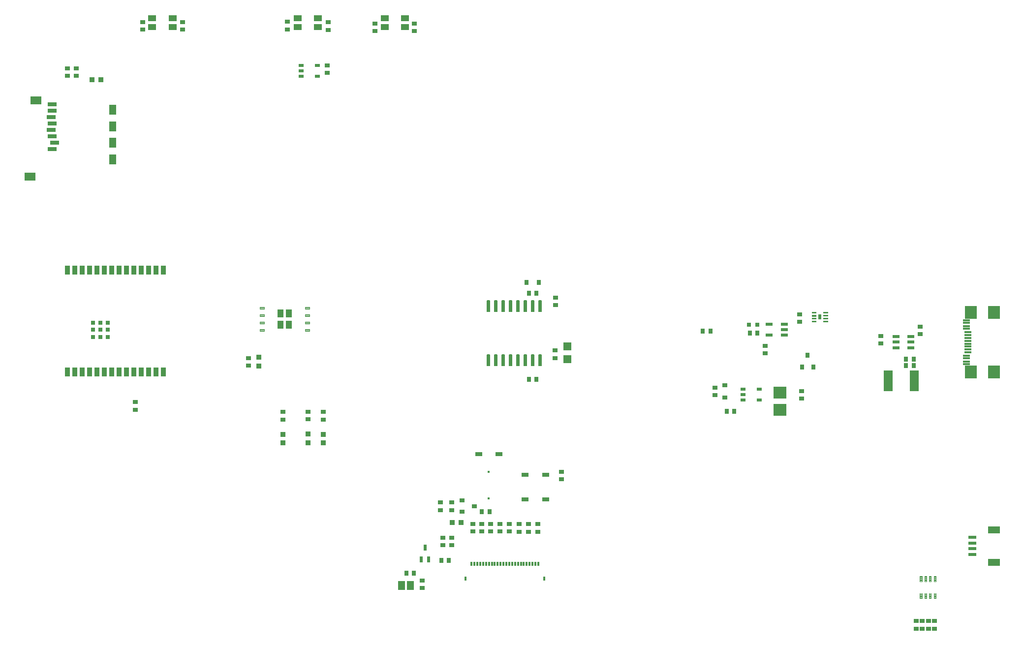
<source format=gbr>
G04 EAGLE Gerber RS-274X export*
G75*
%MOMM*%
%FSLAX34Y34*%
%LPD*%
%INSolderpaste Top*%
%IPPOS*%
%AMOC8*
5,1,8,0,0,1.08239X$1,22.5*%
G01*
G04 Define Apertures*
%ADD10R,0.700000X0.900000*%
%ADD11R,1.200000X0.600000*%
%ADD12R,1.150000X0.300000*%
%ADD13R,2.000000X2.180000*%
%ADD14R,1.500000X3.600000*%
%ADD15R,0.900000X0.700000*%
%ADD16R,0.900000X0.800000*%
%ADD17R,0.800000X0.900000*%
%ADD18R,0.900000X0.600000*%
%ADD19R,2.200000X2.000000*%
%ADD20R,1.200000X1.800000*%
%ADD21R,1.900000X1.400000*%
%ADD22R,1.500000X0.700000*%
%ADD23R,1.168400X1.600200*%
%ADD24R,0.300000X0.300000*%
%ADD25R,1.150000X0.800000*%
%ADD26R,0.500000X1.050000*%
%ADD27R,1.200000X0.550000*%
%ADD28R,0.800000X0.800000*%
%ADD29R,0.900000X1.500000*%
%ADD30R,0.300000X0.800000*%
%ADD31R,0.400000X0.800000*%
%ADD32C,0.125000*%
%ADD33R,1.400000X1.050000*%
%ADD34R,0.560000X0.820000*%
%ADD35C,0.067500*%
%ADD36C,0.075000*%
%ADD37C,0.147500*%
%ADD38R,1.400000X1.400000*%
%ADD39R,2.000000X1.200000*%
%ADD40R,1.350000X0.600000*%
%ADD41R,0.940000X0.970000*%
%ADD42R,0.970000X0.940000*%
%ADD43R,1.010000X1.460000*%
%ADD44C,0.110000*%
D10*
X-172100Y508900D03*
X-159100Y508900D03*
X-172000Y497900D03*
X-159000Y497900D03*
D11*
X-189100Y548200D03*
X-189100Y538700D03*
X-189100Y529200D03*
X-164100Y529200D03*
X-164100Y538700D03*
X-164100Y548200D03*
D12*
X-67972Y500946D03*
X-67972Y510946D03*
X-65972Y525946D03*
X-65972Y535946D03*
X-65972Y540946D03*
X-65972Y550946D03*
X-67972Y565946D03*
X-67972Y575946D03*
X-67972Y571946D03*
X-67972Y561946D03*
X-65972Y555946D03*
X-65972Y545946D03*
X-65972Y530946D03*
X-65972Y520946D03*
X-67972Y514946D03*
X-67972Y504946D03*
D13*
X-20922Y487346D03*
X-20922Y589546D03*
X-60222Y487346D03*
X-60222Y589546D03*
D14*
X-202600Y471700D03*
X-157600Y471700D03*
D15*
X-147700Y552200D03*
X-147700Y565200D03*
X-215700Y536400D03*
X-215700Y549400D03*
X-501000Y447500D03*
X-501000Y460500D03*
D16*
X-484000Y443100D03*
X-484000Y464100D03*
D17*
X-350800Y495500D03*
X-331800Y495500D03*
X-341300Y516500D03*
D10*
X-467500Y419300D03*
X-480500Y419300D03*
D18*
X-452600Y458000D03*
X-452600Y448500D03*
X-452600Y439000D03*
X-424600Y439000D03*
X-424600Y458000D03*
D15*
X-352100Y441200D03*
X-352100Y454200D03*
D19*
X-389400Y421922D03*
X-389400Y451922D03*
D20*
X-1537078Y853078D03*
X-1537078Y910078D03*
D21*
X-1679578Y823078D03*
X-1669578Y954578D03*
D22*
X-1641078Y871078D03*
X-1637078Y882078D03*
X-1641078Y893078D03*
X-1643078Y904078D03*
X-1641078Y915078D03*
X-1643078Y926078D03*
X-1641078Y937078D03*
X-1641078Y948078D03*
D20*
X-1537078Y881578D03*
X-1537078Y938578D03*
D15*
X-1615300Y996900D03*
X-1615300Y1009900D03*
D23*
X-1040220Y119900D03*
X-1024980Y119900D03*
D15*
X-1004300Y128300D03*
X-1004300Y115300D03*
D24*
X-890200Y315760D03*
X-890200Y270040D03*
D10*
X-901800Y247000D03*
X-888800Y247000D03*
D25*
X-872400Y346200D03*
X-907400Y346200D03*
X-827400Y268100D03*
X-792400Y268100D03*
X-792400Y310000D03*
X-827400Y310000D03*
D15*
X-765300Y315700D03*
X-765300Y302700D03*
D10*
X-1031800Y141100D03*
X-1018800Y141100D03*
X-958800Y163000D03*
X-971800Y163000D03*
D26*
X-1006400Y164400D03*
X-993400Y164400D03*
X-999900Y185400D03*
D27*
X-381399Y550800D03*
X-381399Y560300D03*
X-381399Y569800D03*
X-407401Y569800D03*
X-407401Y550800D03*
D10*
X-440900Y554100D03*
X-427900Y554100D03*
D15*
X-414400Y519500D03*
X-414400Y532500D03*
D28*
X-427700Y568700D03*
X-442700Y568700D03*
D10*
X-521700Y557900D03*
X-508700Y557900D03*
D15*
X-355200Y586300D03*
X-355200Y573300D03*
D29*
X-1615324Y487300D03*
X-1602624Y487300D03*
X-1589924Y487300D03*
X-1577224Y487300D03*
X-1564524Y487300D03*
X-1551824Y487300D03*
X-1539124Y487300D03*
X-1526424Y487300D03*
X-1513724Y487300D03*
X-1501024Y487300D03*
X-1488324Y487300D03*
X-1475624Y487300D03*
X-1462924Y487300D03*
X-1450224Y487300D03*
X-1450224Y662300D03*
X-1462924Y662300D03*
X-1475624Y662300D03*
X-1488324Y662300D03*
X-1501024Y662300D03*
X-1513724Y662300D03*
X-1526424Y662300D03*
X-1539124Y662300D03*
X-1551824Y662300D03*
X-1564524Y662300D03*
X-1577224Y662300D03*
X-1589924Y662300D03*
X-1602624Y662300D03*
X-1615324Y662300D03*
D28*
X-1558124Y559750D03*
X-1570624Y547250D03*
X-1570624Y559750D03*
X-1570624Y572250D03*
X-1558124Y547250D03*
X-1558124Y572250D03*
X-1545624Y547250D03*
X-1545624Y559750D03*
X-1545624Y572250D03*
D15*
X-1498400Y422500D03*
X-1498400Y435500D03*
D30*
X-804776Y157000D03*
X-809776Y157000D03*
X-814776Y157000D03*
X-819776Y157000D03*
X-824776Y157000D03*
X-829776Y157000D03*
X-834776Y157000D03*
X-839776Y157000D03*
X-844776Y157000D03*
X-849776Y157000D03*
X-854776Y157000D03*
X-859776Y157000D03*
X-864776Y157000D03*
X-869776Y157000D03*
X-874776Y157000D03*
X-879776Y157000D03*
X-884776Y157000D03*
X-889776Y157000D03*
X-894776Y157000D03*
X-899776Y157000D03*
X-904776Y157000D03*
X-909776Y157000D03*
X-914776Y157000D03*
X-919776Y157000D03*
D31*
X-794776Y132000D03*
X-929776Y132000D03*
D15*
X-886752Y226000D03*
X-886752Y213000D03*
X-917800Y225900D03*
X-917800Y212900D03*
X-902276Y225800D03*
X-902276Y212800D03*
X-871228Y225700D03*
X-871228Y212700D03*
X-854704Y225600D03*
X-854704Y212600D03*
X-837800Y225500D03*
X-837800Y212500D03*
X-821800Y225400D03*
X-821800Y212400D03*
X-805276Y225300D03*
X-805276Y212300D03*
X-968800Y202200D03*
X-968800Y189200D03*
X-953800Y202100D03*
X-953800Y189100D03*
D16*
X-936100Y266000D03*
X-936100Y247000D03*
X-915100Y256500D03*
D15*
X-953800Y262800D03*
X-953800Y249800D03*
D32*
X-144725Y135735D02*
X-144725Y126825D01*
X-148475Y126825D01*
X-148475Y135735D01*
X-144725Y135735D01*
X-144725Y128012D02*
X-148475Y128012D01*
X-148475Y129199D02*
X-144725Y129199D01*
X-144725Y130386D02*
X-148475Y130386D01*
X-148475Y131573D02*
X-144725Y131573D01*
X-144725Y132760D02*
X-148475Y132760D01*
X-148475Y133947D02*
X-144725Y133947D01*
X-144725Y135134D02*
X-148475Y135134D01*
X-136725Y135735D02*
X-136725Y126825D01*
X-140475Y126825D01*
X-140475Y135735D01*
X-136725Y135735D01*
X-136725Y128012D02*
X-140475Y128012D01*
X-140475Y129199D02*
X-136725Y129199D01*
X-136725Y130386D02*
X-140475Y130386D01*
X-140475Y131573D02*
X-136725Y131573D01*
X-136725Y132760D02*
X-140475Y132760D01*
X-140475Y133947D02*
X-136725Y133947D01*
X-136725Y135134D02*
X-140475Y135134D01*
X-128725Y135735D02*
X-128725Y126825D01*
X-132475Y126825D01*
X-132475Y135735D01*
X-128725Y135735D01*
X-128725Y128012D02*
X-132475Y128012D01*
X-132475Y129199D02*
X-128725Y129199D01*
X-128725Y130386D02*
X-132475Y130386D01*
X-132475Y131573D02*
X-128725Y131573D01*
X-128725Y132760D02*
X-132475Y132760D01*
X-132475Y133947D02*
X-128725Y133947D01*
X-128725Y135134D02*
X-132475Y135134D01*
X-120725Y135735D02*
X-120725Y126825D01*
X-124475Y126825D01*
X-124475Y135735D01*
X-120725Y135735D01*
X-120725Y128012D02*
X-124475Y128012D01*
X-124475Y129199D02*
X-120725Y129199D01*
X-120725Y130386D02*
X-124475Y130386D01*
X-124475Y131573D02*
X-120725Y131573D01*
X-120725Y132760D02*
X-124475Y132760D01*
X-124475Y133947D02*
X-120725Y133947D01*
X-120725Y135134D02*
X-124475Y135134D01*
X-120525Y106575D02*
X-120525Y97665D01*
X-124275Y97665D01*
X-124275Y106575D01*
X-120525Y106575D01*
X-120525Y98852D02*
X-124275Y98852D01*
X-124275Y100039D02*
X-120525Y100039D01*
X-120525Y101226D02*
X-124275Y101226D01*
X-124275Y102413D02*
X-120525Y102413D01*
X-120525Y103600D02*
X-124275Y103600D01*
X-124275Y104787D02*
X-120525Y104787D01*
X-120525Y105974D02*
X-124275Y105974D01*
X-128725Y106575D02*
X-128725Y97665D01*
X-132475Y97665D01*
X-132475Y106575D01*
X-128725Y106575D01*
X-128725Y98852D02*
X-132475Y98852D01*
X-132475Y100039D02*
X-128725Y100039D01*
X-128725Y101226D02*
X-132475Y101226D01*
X-132475Y102413D02*
X-128725Y102413D01*
X-128725Y103600D02*
X-132475Y103600D01*
X-132475Y104787D02*
X-128725Y104787D01*
X-128725Y105974D02*
X-132475Y105974D01*
X-136725Y106575D02*
X-136725Y97665D01*
X-140475Y97665D01*
X-140475Y106575D01*
X-136725Y106575D01*
X-136725Y98852D02*
X-140475Y98852D01*
X-140475Y100039D02*
X-136725Y100039D01*
X-136725Y101226D02*
X-140475Y101226D01*
X-140475Y102413D02*
X-136725Y102413D01*
X-136725Y103600D02*
X-140475Y103600D01*
X-140475Y104787D02*
X-136725Y104787D01*
X-136725Y105974D02*
X-140475Y105974D01*
X-144725Y106575D02*
X-144725Y97665D01*
X-148475Y97665D01*
X-148475Y106575D01*
X-144725Y106575D01*
X-144725Y98852D02*
X-148475Y98852D01*
X-148475Y100039D02*
X-144725Y100039D01*
X-144725Y101226D02*
X-148475Y101226D01*
X-148475Y102413D02*
X-144725Y102413D01*
X-144725Y103600D02*
X-148475Y103600D01*
X-148475Y104787D02*
X-144725Y104787D01*
X-144725Y105974D02*
X-148475Y105974D01*
D15*
X-144076Y45700D03*
X-144076Y58700D03*
X-154600Y45676D03*
X-154600Y58676D03*
X-133552Y45724D03*
X-133552Y58724D03*
X-123076Y45700D03*
X-123076Y58700D03*
D18*
X-1213200Y1014900D03*
X-1213200Y1005400D03*
X-1213200Y995900D03*
X-1185200Y995900D03*
X-1185200Y1014900D03*
D15*
X-1168300Y1015100D03*
X-1168300Y1002100D03*
X-1166300Y1089000D03*
X-1166300Y1076000D03*
D33*
X-1184100Y1095828D03*
X-1219100Y1095828D03*
X-1219100Y1080828D03*
X-1184100Y1080828D03*
D15*
X-1236300Y1089700D03*
X-1236300Y1076700D03*
X-1485124Y1089299D03*
X-1485124Y1076299D03*
D33*
X-1434100Y1095828D03*
X-1469100Y1095828D03*
X-1469100Y1080828D03*
X-1434100Y1080828D03*
D15*
X-1417076Y1089400D03*
X-1417076Y1076400D03*
X-1086300Y1087100D03*
X-1086300Y1074100D03*
D33*
X-1034100Y1095828D03*
X-1069100Y1095828D03*
X-1069100Y1080828D03*
X-1034100Y1080828D03*
D15*
X-1018300Y1087000D03*
X-1018300Y1074000D03*
D34*
X-320600Y582000D03*
D35*
X-326987Y588487D02*
X-333913Y588487D01*
X-333913Y590513D01*
X-326987Y590513D01*
X-326987Y588487D01*
X-326987Y589128D02*
X-333913Y589128D01*
X-333913Y589769D02*
X-326987Y589769D01*
X-326987Y590410D02*
X-333913Y590410D01*
D36*
X-333875Y583375D02*
X-327025Y583375D01*
X-333875Y583375D02*
X-333875Y585625D01*
X-327025Y585625D01*
X-327025Y583375D01*
X-327025Y584087D02*
X-333875Y584087D01*
X-333875Y584799D02*
X-327025Y584799D01*
X-327025Y585511D02*
X-333875Y585511D01*
X-333875Y578375D02*
X-327025Y578375D01*
X-333875Y578375D02*
X-333875Y580625D01*
X-327025Y580625D01*
X-327025Y578375D01*
X-327025Y579087D02*
X-333875Y579087D01*
X-333875Y579799D02*
X-327025Y579799D01*
X-327025Y580511D02*
X-333875Y580511D01*
D35*
X-333913Y573487D02*
X-326987Y573487D01*
X-333913Y573487D02*
X-333913Y575513D01*
X-326987Y575513D01*
X-326987Y573487D01*
X-326987Y574128D02*
X-333913Y574128D01*
X-333913Y574769D02*
X-326987Y574769D01*
X-326987Y575410D02*
X-333913Y575410D01*
X-314213Y573487D02*
X-307287Y573487D01*
X-314213Y573487D02*
X-314213Y575513D01*
X-307287Y575513D01*
X-307287Y573487D01*
X-307287Y574128D02*
X-314213Y574128D01*
X-314213Y574769D02*
X-307287Y574769D01*
X-307287Y575410D02*
X-314213Y575410D01*
X-314213Y578487D02*
X-307287Y578487D01*
X-314213Y578487D02*
X-314213Y580513D01*
X-307287Y580513D01*
X-307287Y578487D01*
X-307287Y579128D02*
X-314213Y579128D01*
X-314213Y579769D02*
X-307287Y579769D01*
X-307287Y580410D02*
X-314213Y580410D01*
X-314213Y583487D02*
X-307287Y583487D01*
X-314213Y583487D02*
X-314213Y585513D01*
X-307287Y585513D01*
X-307287Y583487D01*
X-307287Y584128D02*
X-314213Y584128D01*
X-314213Y584769D02*
X-307287Y584769D01*
X-307287Y585410D02*
X-314213Y585410D01*
X-314213Y588487D02*
X-307287Y588487D01*
X-314213Y588487D02*
X-314213Y590513D01*
X-307287Y590513D01*
X-307287Y588487D01*
X-307287Y589128D02*
X-314213Y589128D01*
X-314213Y589769D02*
X-307287Y589769D01*
X-307287Y590410D02*
X-314213Y590410D01*
D37*
X-803963Y591315D02*
X-803963Y610341D01*
X-799537Y610341D01*
X-799537Y591315D01*
X-803963Y591315D01*
X-803963Y592716D02*
X-799537Y592716D01*
X-799537Y594117D02*
X-803963Y594117D01*
X-803963Y595518D02*
X-799537Y595518D01*
X-799537Y596919D02*
X-803963Y596919D01*
X-803963Y598320D02*
X-799537Y598320D01*
X-799537Y599721D02*
X-803963Y599721D01*
X-803963Y601122D02*
X-799537Y601122D01*
X-799537Y602523D02*
X-803963Y602523D01*
X-803963Y603924D02*
X-799537Y603924D01*
X-799537Y605325D02*
X-803963Y605325D01*
X-803963Y606726D02*
X-799537Y606726D01*
X-799537Y608127D02*
X-803963Y608127D01*
X-803963Y609528D02*
X-799537Y609528D01*
X-816663Y610341D02*
X-816663Y591315D01*
X-816663Y610341D02*
X-812237Y610341D01*
X-812237Y591315D01*
X-816663Y591315D01*
X-816663Y592716D02*
X-812237Y592716D01*
X-812237Y594117D02*
X-816663Y594117D01*
X-816663Y595518D02*
X-812237Y595518D01*
X-812237Y596919D02*
X-816663Y596919D01*
X-816663Y598320D02*
X-812237Y598320D01*
X-812237Y599721D02*
X-816663Y599721D01*
X-816663Y601122D02*
X-812237Y601122D01*
X-812237Y602523D02*
X-816663Y602523D01*
X-816663Y603924D02*
X-812237Y603924D01*
X-812237Y605325D02*
X-816663Y605325D01*
X-816663Y606726D02*
X-812237Y606726D01*
X-812237Y608127D02*
X-816663Y608127D01*
X-816663Y609528D02*
X-812237Y609528D01*
X-829363Y610341D02*
X-829363Y591315D01*
X-829363Y610341D02*
X-824937Y610341D01*
X-824937Y591315D01*
X-829363Y591315D01*
X-829363Y592716D02*
X-824937Y592716D01*
X-824937Y594117D02*
X-829363Y594117D01*
X-829363Y595518D02*
X-824937Y595518D01*
X-824937Y596919D02*
X-829363Y596919D01*
X-829363Y598320D02*
X-824937Y598320D01*
X-824937Y599721D02*
X-829363Y599721D01*
X-829363Y601122D02*
X-824937Y601122D01*
X-824937Y602523D02*
X-829363Y602523D01*
X-829363Y603924D02*
X-824937Y603924D01*
X-824937Y605325D02*
X-829363Y605325D01*
X-829363Y606726D02*
X-824937Y606726D01*
X-824937Y608127D02*
X-829363Y608127D01*
X-829363Y609528D02*
X-824937Y609528D01*
X-842063Y610341D02*
X-842063Y591315D01*
X-842063Y610341D02*
X-837637Y610341D01*
X-837637Y591315D01*
X-842063Y591315D01*
X-842063Y592716D02*
X-837637Y592716D01*
X-837637Y594117D02*
X-842063Y594117D01*
X-842063Y595518D02*
X-837637Y595518D01*
X-837637Y596919D02*
X-842063Y596919D01*
X-842063Y598320D02*
X-837637Y598320D01*
X-837637Y599721D02*
X-842063Y599721D01*
X-842063Y601122D02*
X-837637Y601122D01*
X-837637Y602523D02*
X-842063Y602523D01*
X-842063Y603924D02*
X-837637Y603924D01*
X-837637Y605325D02*
X-842063Y605325D01*
X-842063Y606726D02*
X-837637Y606726D01*
X-837637Y608127D02*
X-842063Y608127D01*
X-842063Y609528D02*
X-837637Y609528D01*
X-854763Y610341D02*
X-854763Y591315D01*
X-854763Y610341D02*
X-850337Y610341D01*
X-850337Y591315D01*
X-854763Y591315D01*
X-854763Y592716D02*
X-850337Y592716D01*
X-850337Y594117D02*
X-854763Y594117D01*
X-854763Y595518D02*
X-850337Y595518D01*
X-850337Y596919D02*
X-854763Y596919D01*
X-854763Y598320D02*
X-850337Y598320D01*
X-850337Y599721D02*
X-854763Y599721D01*
X-854763Y601122D02*
X-850337Y601122D01*
X-850337Y602523D02*
X-854763Y602523D01*
X-854763Y603924D02*
X-850337Y603924D01*
X-850337Y605325D02*
X-854763Y605325D01*
X-854763Y606726D02*
X-850337Y606726D01*
X-850337Y608127D02*
X-854763Y608127D01*
X-854763Y609528D02*
X-850337Y609528D01*
X-867463Y610341D02*
X-867463Y591315D01*
X-867463Y610341D02*
X-863037Y610341D01*
X-863037Y591315D01*
X-867463Y591315D01*
X-867463Y592716D02*
X-863037Y592716D01*
X-863037Y594117D02*
X-867463Y594117D01*
X-867463Y595518D02*
X-863037Y595518D01*
X-863037Y596919D02*
X-867463Y596919D01*
X-867463Y598320D02*
X-863037Y598320D01*
X-863037Y599721D02*
X-867463Y599721D01*
X-867463Y601122D02*
X-863037Y601122D01*
X-863037Y602523D02*
X-867463Y602523D01*
X-867463Y603924D02*
X-863037Y603924D01*
X-863037Y605325D02*
X-867463Y605325D01*
X-867463Y606726D02*
X-863037Y606726D01*
X-863037Y608127D02*
X-867463Y608127D01*
X-867463Y609528D02*
X-863037Y609528D01*
X-880163Y610341D02*
X-880163Y591315D01*
X-880163Y610341D02*
X-875737Y610341D01*
X-875737Y591315D01*
X-880163Y591315D01*
X-880163Y592716D02*
X-875737Y592716D01*
X-875737Y594117D02*
X-880163Y594117D01*
X-880163Y595518D02*
X-875737Y595518D01*
X-875737Y596919D02*
X-880163Y596919D01*
X-880163Y598320D02*
X-875737Y598320D01*
X-875737Y599721D02*
X-880163Y599721D01*
X-880163Y601122D02*
X-875737Y601122D01*
X-875737Y602523D02*
X-880163Y602523D01*
X-880163Y603924D02*
X-875737Y603924D01*
X-875737Y605325D02*
X-880163Y605325D01*
X-880163Y606726D02*
X-875737Y606726D01*
X-875737Y608127D02*
X-880163Y608127D01*
X-880163Y609528D02*
X-875737Y609528D01*
X-892863Y610341D02*
X-892863Y591315D01*
X-892863Y610341D02*
X-888437Y610341D01*
X-888437Y591315D01*
X-892863Y591315D01*
X-892863Y592716D02*
X-888437Y592716D01*
X-888437Y594117D02*
X-892863Y594117D01*
X-892863Y595518D02*
X-888437Y595518D01*
X-888437Y596919D02*
X-892863Y596919D01*
X-892863Y598320D02*
X-888437Y598320D01*
X-888437Y599721D02*
X-892863Y599721D01*
X-892863Y601122D02*
X-888437Y601122D01*
X-888437Y602523D02*
X-892863Y602523D01*
X-892863Y603924D02*
X-888437Y603924D01*
X-888437Y605325D02*
X-892863Y605325D01*
X-892863Y606726D02*
X-888437Y606726D01*
X-888437Y608127D02*
X-892863Y608127D01*
X-892863Y609528D02*
X-888437Y609528D01*
X-892863Y517241D02*
X-892863Y498215D01*
X-892863Y517241D02*
X-888437Y517241D01*
X-888437Y498215D01*
X-892863Y498215D01*
X-892863Y499616D02*
X-888437Y499616D01*
X-888437Y501017D02*
X-892863Y501017D01*
X-892863Y502418D02*
X-888437Y502418D01*
X-888437Y503819D02*
X-892863Y503819D01*
X-892863Y505220D02*
X-888437Y505220D01*
X-888437Y506621D02*
X-892863Y506621D01*
X-892863Y508022D02*
X-888437Y508022D01*
X-888437Y509423D02*
X-892863Y509423D01*
X-892863Y510824D02*
X-888437Y510824D01*
X-888437Y512225D02*
X-892863Y512225D01*
X-892863Y513626D02*
X-888437Y513626D01*
X-888437Y515027D02*
X-892863Y515027D01*
X-892863Y516428D02*
X-888437Y516428D01*
X-880163Y517241D02*
X-880163Y498215D01*
X-880163Y517241D02*
X-875737Y517241D01*
X-875737Y498215D01*
X-880163Y498215D01*
X-880163Y499616D02*
X-875737Y499616D01*
X-875737Y501017D02*
X-880163Y501017D01*
X-880163Y502418D02*
X-875737Y502418D01*
X-875737Y503819D02*
X-880163Y503819D01*
X-880163Y505220D02*
X-875737Y505220D01*
X-875737Y506621D02*
X-880163Y506621D01*
X-880163Y508022D02*
X-875737Y508022D01*
X-875737Y509423D02*
X-880163Y509423D01*
X-880163Y510824D02*
X-875737Y510824D01*
X-875737Y512225D02*
X-880163Y512225D01*
X-880163Y513626D02*
X-875737Y513626D01*
X-875737Y515027D02*
X-880163Y515027D01*
X-880163Y516428D02*
X-875737Y516428D01*
X-867463Y517241D02*
X-867463Y498215D01*
X-867463Y517241D02*
X-863037Y517241D01*
X-863037Y498215D01*
X-867463Y498215D01*
X-867463Y499616D02*
X-863037Y499616D01*
X-863037Y501017D02*
X-867463Y501017D01*
X-867463Y502418D02*
X-863037Y502418D01*
X-863037Y503819D02*
X-867463Y503819D01*
X-867463Y505220D02*
X-863037Y505220D01*
X-863037Y506621D02*
X-867463Y506621D01*
X-867463Y508022D02*
X-863037Y508022D01*
X-863037Y509423D02*
X-867463Y509423D01*
X-867463Y510824D02*
X-863037Y510824D01*
X-863037Y512225D02*
X-867463Y512225D01*
X-867463Y513626D02*
X-863037Y513626D01*
X-863037Y515027D02*
X-867463Y515027D01*
X-867463Y516428D02*
X-863037Y516428D01*
X-854763Y517241D02*
X-854763Y498215D01*
X-854763Y517241D02*
X-850337Y517241D01*
X-850337Y498215D01*
X-854763Y498215D01*
X-854763Y499616D02*
X-850337Y499616D01*
X-850337Y501017D02*
X-854763Y501017D01*
X-854763Y502418D02*
X-850337Y502418D01*
X-850337Y503819D02*
X-854763Y503819D01*
X-854763Y505220D02*
X-850337Y505220D01*
X-850337Y506621D02*
X-854763Y506621D01*
X-854763Y508022D02*
X-850337Y508022D01*
X-850337Y509423D02*
X-854763Y509423D01*
X-854763Y510824D02*
X-850337Y510824D01*
X-850337Y512225D02*
X-854763Y512225D01*
X-854763Y513626D02*
X-850337Y513626D01*
X-850337Y515027D02*
X-854763Y515027D01*
X-854763Y516428D02*
X-850337Y516428D01*
X-842063Y517241D02*
X-842063Y498215D01*
X-842063Y517241D02*
X-837637Y517241D01*
X-837637Y498215D01*
X-842063Y498215D01*
X-842063Y499616D02*
X-837637Y499616D01*
X-837637Y501017D02*
X-842063Y501017D01*
X-842063Y502418D02*
X-837637Y502418D01*
X-837637Y503819D02*
X-842063Y503819D01*
X-842063Y505220D02*
X-837637Y505220D01*
X-837637Y506621D02*
X-842063Y506621D01*
X-842063Y508022D02*
X-837637Y508022D01*
X-837637Y509423D02*
X-842063Y509423D01*
X-842063Y510824D02*
X-837637Y510824D01*
X-837637Y512225D02*
X-842063Y512225D01*
X-842063Y513626D02*
X-837637Y513626D01*
X-837637Y515027D02*
X-842063Y515027D01*
X-842063Y516428D02*
X-837637Y516428D01*
X-829363Y517241D02*
X-829363Y498215D01*
X-829363Y517241D02*
X-824937Y517241D01*
X-824937Y498215D01*
X-829363Y498215D01*
X-829363Y499616D02*
X-824937Y499616D01*
X-824937Y501017D02*
X-829363Y501017D01*
X-829363Y502418D02*
X-824937Y502418D01*
X-824937Y503819D02*
X-829363Y503819D01*
X-829363Y505220D02*
X-824937Y505220D01*
X-824937Y506621D02*
X-829363Y506621D01*
X-829363Y508022D02*
X-824937Y508022D01*
X-824937Y509423D02*
X-829363Y509423D01*
X-829363Y510824D02*
X-824937Y510824D01*
X-824937Y512225D02*
X-829363Y512225D01*
X-829363Y513626D02*
X-824937Y513626D01*
X-824937Y515027D02*
X-829363Y515027D01*
X-829363Y516428D02*
X-824937Y516428D01*
X-816663Y517241D02*
X-816663Y498215D01*
X-816663Y517241D02*
X-812237Y517241D01*
X-812237Y498215D01*
X-816663Y498215D01*
X-816663Y499616D02*
X-812237Y499616D01*
X-812237Y501017D02*
X-816663Y501017D01*
X-816663Y502418D02*
X-812237Y502418D01*
X-812237Y503819D02*
X-816663Y503819D01*
X-816663Y505220D02*
X-812237Y505220D01*
X-812237Y506621D02*
X-816663Y506621D01*
X-816663Y508022D02*
X-812237Y508022D01*
X-812237Y509423D02*
X-816663Y509423D01*
X-816663Y510824D02*
X-812237Y510824D01*
X-812237Y512225D02*
X-816663Y512225D01*
X-816663Y513626D02*
X-812237Y513626D01*
X-812237Y515027D02*
X-816663Y515027D01*
X-816663Y516428D02*
X-812237Y516428D01*
X-803963Y517241D02*
X-803963Y498215D01*
X-803963Y517241D02*
X-799537Y517241D01*
X-799537Y498215D01*
X-803963Y498215D01*
X-803963Y499616D02*
X-799537Y499616D01*
X-799537Y501017D02*
X-803963Y501017D01*
X-803963Y502418D02*
X-799537Y502418D01*
X-799537Y503819D02*
X-803963Y503819D01*
X-803963Y505220D02*
X-799537Y505220D01*
X-799537Y506621D02*
X-803963Y506621D01*
X-803963Y508022D02*
X-799537Y508022D01*
X-799537Y509423D02*
X-803963Y509423D01*
X-803963Y510824D02*
X-799537Y510824D01*
X-799537Y512225D02*
X-803963Y512225D01*
X-803963Y513626D02*
X-799537Y513626D01*
X-799537Y515027D02*
X-803963Y515027D01*
X-803963Y516428D02*
X-799537Y516428D01*
D17*
X-824800Y641200D03*
X-803800Y641200D03*
D10*
X-820800Y623100D03*
X-807800Y623100D03*
X-820800Y475000D03*
X-807800Y475000D03*
D38*
X-755100Y509400D03*
X-755100Y531400D03*
D15*
X-776100Y511400D03*
X-776100Y524400D03*
X-775100Y602300D03*
X-775100Y615300D03*
D39*
X-20922Y159922D03*
X-20922Y215922D03*
D40*
X-57672Y172922D03*
X-57672Y182922D03*
X-57672Y192922D03*
X-57672Y202922D03*
D15*
X-1303600Y511400D03*
X-1303600Y498400D03*
X-1244100Y405300D03*
X-1244100Y418300D03*
X-1175100Y405500D03*
X-1175100Y418500D03*
X-973100Y262700D03*
X-973100Y249700D03*
X-1201100Y405900D03*
X-1201100Y418900D03*
X-1599530Y1010100D03*
X-1599530Y997100D03*
D41*
X-1201100Y365200D03*
X-1201100Y380200D03*
X-1175100Y365100D03*
X-1175100Y380100D03*
X-1244100Y365000D03*
X-1244100Y380000D03*
X-1285480Y512400D03*
X-1285480Y497400D03*
D42*
X-952600Y228300D03*
X-937600Y228300D03*
X-1572600Y990200D03*
X-1557600Y990200D03*
D43*
X-1248650Y587900D03*
X-1233950Y587900D03*
X-1248650Y568700D03*
X-1233950Y568700D03*
D44*
X-1276100Y595700D02*
X-1284400Y595700D01*
X-1284400Y599000D01*
X-1276100Y599000D01*
X-1276100Y595700D01*
X-1276100Y596745D02*
X-1284400Y596745D01*
X-1284400Y597790D02*
X-1276100Y597790D01*
X-1276100Y598835D02*
X-1284400Y598835D01*
X-1284400Y583000D02*
X-1276100Y583000D01*
X-1284400Y583000D02*
X-1284400Y586300D01*
X-1276100Y586300D01*
X-1276100Y583000D01*
X-1276100Y584045D02*
X-1284400Y584045D01*
X-1284400Y585090D02*
X-1276100Y585090D01*
X-1276100Y586135D02*
X-1284400Y586135D01*
X-1284400Y570300D02*
X-1276100Y570300D01*
X-1284400Y570300D02*
X-1284400Y573600D01*
X-1276100Y573600D01*
X-1276100Y570300D01*
X-1276100Y571345D02*
X-1284400Y571345D01*
X-1284400Y572390D02*
X-1276100Y572390D01*
X-1276100Y573435D02*
X-1284400Y573435D01*
X-1284400Y557600D02*
X-1276100Y557600D01*
X-1284400Y557600D02*
X-1284400Y560900D01*
X-1276100Y560900D01*
X-1276100Y557600D01*
X-1276100Y558645D02*
X-1284400Y558645D01*
X-1284400Y559690D02*
X-1276100Y559690D01*
X-1276100Y560735D02*
X-1284400Y560735D01*
X-1206500Y557600D02*
X-1198200Y557600D01*
X-1206500Y557600D02*
X-1206500Y560900D01*
X-1198200Y560900D01*
X-1198200Y557600D01*
X-1198200Y558645D02*
X-1206500Y558645D01*
X-1206500Y559690D02*
X-1198200Y559690D01*
X-1198200Y560735D02*
X-1206500Y560735D01*
X-1206500Y570300D02*
X-1198200Y570300D01*
X-1206500Y570300D02*
X-1206500Y573600D01*
X-1198200Y573600D01*
X-1198200Y570300D01*
X-1198200Y571345D02*
X-1206500Y571345D01*
X-1206500Y572390D02*
X-1198200Y572390D01*
X-1198200Y573435D02*
X-1206500Y573435D01*
X-1206500Y583000D02*
X-1198200Y583000D01*
X-1206500Y583000D02*
X-1206500Y586300D01*
X-1198200Y586300D01*
X-1198200Y583000D01*
X-1198200Y584045D02*
X-1206500Y584045D01*
X-1206500Y585090D02*
X-1198200Y585090D01*
X-1198200Y586135D02*
X-1206500Y586135D01*
X-1206500Y595700D02*
X-1198200Y595700D01*
X-1206500Y595700D02*
X-1206500Y599000D01*
X-1198200Y599000D01*
X-1198200Y595700D01*
X-1198200Y596745D02*
X-1206500Y596745D01*
X-1206500Y597790D02*
X-1198200Y597790D01*
X-1198200Y598835D02*
X-1206500Y598835D01*
M02*

</source>
